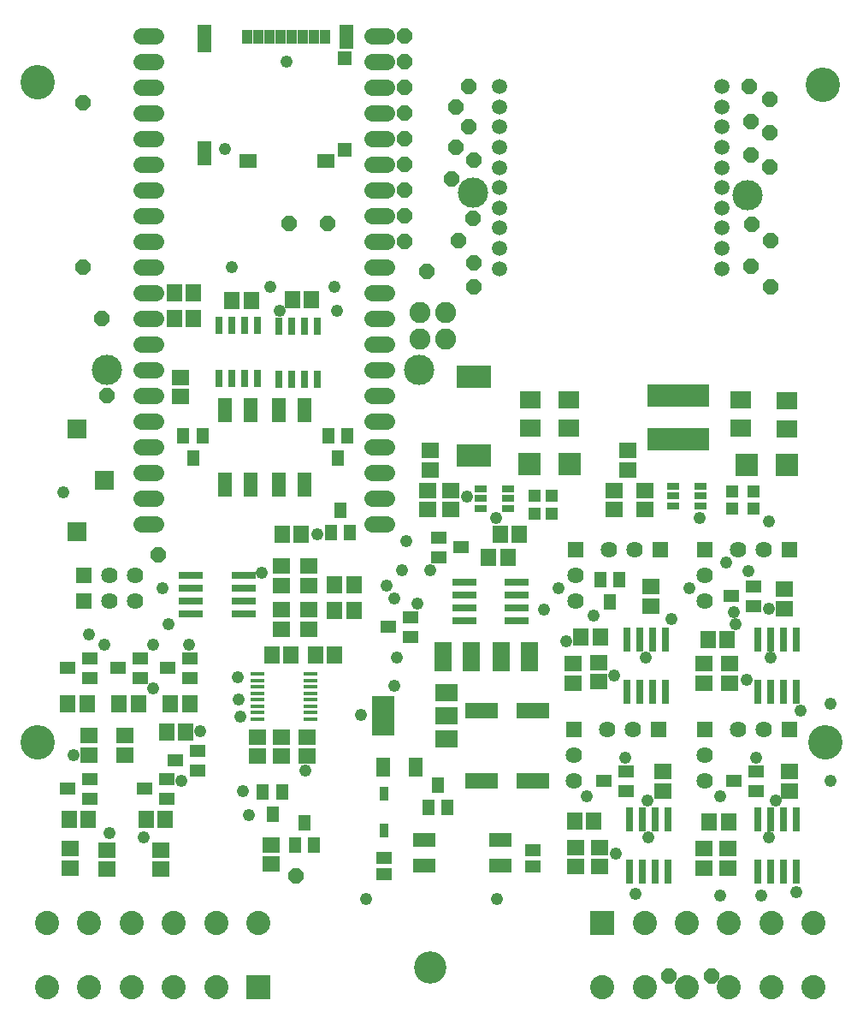
<source format=gts>
G75*
%MOIN*%
%OFA0B0*%
%FSLAX25Y25*%
%IPPOS*%
%LPD*%
%AMOC8*
5,1,8,0,0,1.08239X$1,22.5*
%
%ADD10C,0.11824*%
%ADD11C,0.13398*%
%ADD12C,0.12611*%
%ADD13C,0.09400*%
%ADD14R,0.09400X0.09400*%
%ADD15C,0.05950*%
%ADD16R,0.03162X0.09461*%
%ADD17R,0.03162X0.07099*%
%ADD18R,0.09461X0.03162*%
%ADD19R,0.03950X0.05682*%
%ADD20R,0.05328X0.10643*%
%ADD21R,0.05328X0.09461*%
%ADD22R,0.05367X0.05721*%
%ADD23R,0.05367X0.05524*%
%ADD24R,0.06706X0.05328*%
%ADD25R,0.05918X0.06706*%
%ADD26R,0.06400X0.06400*%
%ADD27C,0.06400*%
%ADD28R,0.06312X0.04737*%
%ADD29R,0.06706X0.05918*%
%ADD30C,0.08200*%
%ADD31R,0.04737X0.06312*%
%ADD32OC8,0.05950*%
%ADD33R,0.05300X0.01700*%
%ADD34R,0.04600X0.01300*%
%ADD35R,0.04737X0.03162*%
%ADD36R,0.08674X0.08674*%
%ADD37R,0.13400X0.08700*%
%ADD38R,0.24422X0.08674*%
%ADD39R,0.05131X0.04737*%
%ADD40R,0.04737X0.05131*%
%ADD41R,0.07887X0.07099*%
%ADD42R,0.05500X0.09500*%
%ADD43R,0.08674X0.06706*%
%ADD44R,0.08674X0.15761*%
%ADD45R,0.05800X0.07200*%
%ADD46R,0.08674X0.05524*%
%ADD47R,0.06000X0.05050*%
%ADD48R,0.12611X0.06312*%
%ADD49R,0.07099X0.11430*%
%ADD50C,0.06400*%
%ADD51R,0.03556X0.05524*%
%ADD52R,0.07296X0.07296*%
%ADD53C,0.04762*%
%ADD54C,0.04800*%
D10*
X0129934Y0308834D03*
X0251334Y0308834D03*
X0272334Y0377834D03*
X0379334Y0376834D03*
D11*
X0408834Y0419834D03*
X0409834Y0163834D03*
X0102834Y0163834D03*
X0102834Y0420834D03*
D12*
X0255834Y0076197D03*
D13*
X0106307Y0068480D03*
X0122803Y0068480D03*
X0139299Y0068480D03*
X0155795Y0068480D03*
X0172291Y0068480D03*
X0172291Y0093480D03*
X0188787Y0093480D03*
X0155795Y0093480D03*
X0139299Y0093480D03*
X0122803Y0093480D03*
X0106307Y0093480D03*
X0322842Y0068480D03*
X0339299Y0068480D03*
X0355756Y0068480D03*
X0372212Y0068480D03*
X0388669Y0068480D03*
X0405126Y0068480D03*
X0405126Y0093480D03*
X0388669Y0093480D03*
X0372212Y0093480D03*
X0355756Y0093480D03*
X0339299Y0093480D03*
D14*
X0322842Y0093480D03*
X0188787Y0068480D03*
D15*
X0282685Y0348401D03*
X0282685Y0356275D03*
X0282685Y0364149D03*
X0282685Y0372023D03*
X0282685Y0379897D03*
X0282685Y0387771D03*
X0282685Y0395645D03*
X0282685Y0403519D03*
X0282685Y0411393D03*
X0282685Y0419267D03*
X0369299Y0419267D03*
X0369299Y0411393D03*
X0369299Y0403519D03*
X0369299Y0395645D03*
X0369299Y0387771D03*
X0369299Y0379897D03*
X0369299Y0372023D03*
X0369299Y0364149D03*
X0369299Y0356275D03*
X0369299Y0348401D03*
D16*
X0383334Y0204071D03*
X0388334Y0204071D03*
X0393334Y0204071D03*
X0398334Y0204071D03*
X0398334Y0183598D03*
X0393334Y0183598D03*
X0388334Y0183598D03*
X0383334Y0183598D03*
X0347334Y0183598D03*
X0342334Y0183598D03*
X0337334Y0183598D03*
X0332334Y0183598D03*
X0332334Y0204071D03*
X0337334Y0204071D03*
X0342334Y0204071D03*
X0347334Y0204071D03*
X0348334Y0134071D03*
X0343334Y0134071D03*
X0338334Y0134071D03*
X0333334Y0134071D03*
X0333334Y0113598D03*
X0338334Y0113598D03*
X0343334Y0113598D03*
X0348334Y0113598D03*
X0383334Y0113598D03*
X0388334Y0113598D03*
X0393334Y0113598D03*
X0398334Y0113598D03*
X0398334Y0134071D03*
X0393334Y0134071D03*
X0388334Y0134071D03*
X0383334Y0134071D03*
D17*
X0211752Y0305413D03*
X0206752Y0305413D03*
X0201752Y0305413D03*
X0196752Y0305413D03*
X0188602Y0305689D03*
X0183602Y0305689D03*
X0178602Y0305689D03*
X0173602Y0305689D03*
X0173602Y0326161D03*
X0178602Y0326161D03*
X0183602Y0326161D03*
X0188602Y0326161D03*
X0196752Y0325885D03*
X0201752Y0325885D03*
X0206752Y0325885D03*
X0211752Y0325885D03*
D18*
X0183071Y0228834D03*
X0183071Y0223834D03*
X0183071Y0218834D03*
X0183071Y0213834D03*
X0162598Y0213834D03*
X0162598Y0218834D03*
X0162598Y0223834D03*
X0162598Y0228834D03*
X0269098Y0226334D03*
X0269098Y0221334D03*
X0269098Y0216334D03*
X0269098Y0211334D03*
X0289571Y0211334D03*
X0289571Y0216334D03*
X0289571Y0221334D03*
X0289571Y0226334D03*
D19*
X0214693Y0438535D03*
X0210362Y0438535D03*
X0206031Y0438535D03*
X0201700Y0438535D03*
X0197370Y0438535D03*
X0193039Y0438535D03*
X0188708Y0438535D03*
X0184378Y0438535D03*
D20*
X0167803Y0438043D03*
D21*
X0167803Y0393437D03*
X0223241Y0438634D03*
D22*
X0222527Y0430169D03*
D23*
X0222527Y0394736D03*
D24*
X0215283Y0390405D03*
X0184653Y0390405D03*
D25*
X0163574Y0338834D03*
X0156094Y0338834D03*
X0156094Y0328834D03*
X0163574Y0328834D03*
X0178594Y0335834D03*
X0186074Y0335834D03*
X0202094Y0336334D03*
X0209574Y0336334D03*
X0205574Y0244834D03*
X0198094Y0244834D03*
X0218594Y0225334D03*
X0226074Y0225334D03*
X0226074Y0215334D03*
X0218594Y0215334D03*
X0218574Y0197834D03*
X0211094Y0197834D03*
X0201574Y0197834D03*
X0194094Y0197834D03*
X0162074Y0178834D03*
X0154594Y0178834D03*
X0153094Y0167834D03*
X0160574Y0167834D03*
X0142074Y0178834D03*
X0134594Y0178834D03*
X0122074Y0178834D03*
X0114594Y0178834D03*
X0115094Y0133834D03*
X0122574Y0133834D03*
X0145094Y0133834D03*
X0152574Y0133834D03*
X0278594Y0235834D03*
X0286074Y0235834D03*
X0283094Y0244834D03*
X0290574Y0244834D03*
X0314594Y0204834D03*
X0322074Y0204834D03*
X0364094Y0203834D03*
X0371574Y0203834D03*
X0372074Y0132834D03*
X0364594Y0132834D03*
X0319574Y0133334D03*
X0312094Y0133334D03*
D26*
X0311834Y0168834D03*
X0344834Y0168834D03*
X0362834Y0168834D03*
X0395834Y0168834D03*
X0395834Y0238834D03*
X0362834Y0238834D03*
X0345334Y0238834D03*
X0312334Y0238834D03*
X0120834Y0228834D03*
X0120834Y0218834D03*
D27*
X0130834Y0218834D03*
X0130834Y0228834D03*
X0140834Y0228834D03*
X0140834Y0218834D03*
X0312334Y0218834D03*
X0312334Y0228834D03*
X0325334Y0238834D03*
X0335334Y0238834D03*
X0362834Y0228834D03*
X0362834Y0218834D03*
X0375834Y0238834D03*
X0385834Y0238834D03*
X0385834Y0168834D03*
X0375834Y0168834D03*
X0362834Y0158834D03*
X0362834Y0148834D03*
X0334834Y0168834D03*
X0324834Y0168834D03*
X0311834Y0158834D03*
X0311834Y0148834D03*
D28*
X0323504Y0148834D03*
X0332165Y0145094D03*
X0332165Y0152574D03*
X0374004Y0148834D03*
X0382665Y0145094D03*
X0382665Y0152574D03*
X0381665Y0217094D03*
X0381665Y0224574D03*
X0373004Y0220834D03*
X0267665Y0239834D03*
X0259004Y0236094D03*
X0259004Y0243574D03*
X0248165Y0212574D03*
X0248165Y0205094D03*
X0239504Y0208834D03*
X0162165Y0196574D03*
X0162165Y0189094D03*
X0153504Y0192834D03*
X0142665Y0189094D03*
X0142665Y0196574D03*
X0134004Y0192834D03*
X0123165Y0189094D03*
X0114504Y0192834D03*
X0123165Y0196574D03*
X0156504Y0156834D03*
X0153165Y0149574D03*
X0153165Y0142094D03*
X0144504Y0145834D03*
X0165165Y0153094D03*
X0165165Y0160574D03*
X0123165Y0149574D03*
X0123165Y0142094D03*
X0114504Y0145834D03*
D29*
X0122834Y0159094D03*
X0122834Y0166574D03*
X0136834Y0166574D03*
X0136834Y0159094D03*
X0129834Y0122074D03*
X0129834Y0114594D03*
X0115334Y0115094D03*
X0115334Y0122574D03*
X0150834Y0122074D03*
X0150834Y0114594D03*
X0193834Y0116594D03*
X0193834Y0124074D03*
X0197834Y0158594D03*
X0197834Y0166074D03*
X0188334Y0166074D03*
X0188334Y0158594D03*
X0207834Y0158594D03*
X0207834Y0166074D03*
X0208334Y0208094D03*
X0208334Y0215574D03*
X0208334Y0225094D03*
X0208334Y0232574D03*
X0197834Y0232574D03*
X0197834Y0225094D03*
X0197834Y0215574D03*
X0197834Y0208094D03*
X0254834Y0254594D03*
X0254834Y0262074D03*
X0255834Y0270094D03*
X0255834Y0277574D03*
X0263834Y0262074D03*
X0263834Y0254594D03*
X0311334Y0194574D03*
X0311334Y0187094D03*
X0321334Y0187594D03*
X0321334Y0195074D03*
X0341834Y0217094D03*
X0341834Y0224574D03*
X0339334Y0254594D03*
X0339334Y0262074D03*
X0332834Y0270094D03*
X0332834Y0277574D03*
X0327334Y0262074D03*
X0327334Y0254594D03*
X0362334Y0194574D03*
X0362334Y0187094D03*
X0372334Y0187094D03*
X0372334Y0194574D03*
X0393834Y0216094D03*
X0393834Y0223574D03*
X0395834Y0152574D03*
X0395834Y0145094D03*
X0371834Y0122574D03*
X0371834Y0115094D03*
X0362334Y0115094D03*
X0362334Y0122574D03*
X0346334Y0145094D03*
X0346334Y0152574D03*
X0321834Y0123074D03*
X0321834Y0115594D03*
X0312334Y0115594D03*
X0312334Y0123074D03*
X0158334Y0298594D03*
X0158334Y0306074D03*
D30*
X0251834Y0320834D03*
X0261834Y0320834D03*
X0261834Y0331334D03*
X0251834Y0331334D03*
D31*
X0223574Y0283165D03*
X0219834Y0274504D03*
X0216094Y0283165D03*
X0220834Y0254165D03*
X0217094Y0245504D03*
X0224574Y0245504D03*
X0167074Y0283165D03*
X0163334Y0274504D03*
X0159594Y0283165D03*
X0258834Y0147165D03*
X0255094Y0138504D03*
X0262574Y0138504D03*
X0210574Y0124004D03*
X0203094Y0124004D03*
X0206834Y0132665D03*
X0198074Y0144665D03*
X0190594Y0144665D03*
X0194334Y0136004D03*
X0322094Y0227165D03*
X0329574Y0227165D03*
X0325834Y0218504D03*
D32*
X0272740Y0341401D03*
X0272795Y0350775D03*
X0266740Y0359149D03*
X0272295Y0368023D03*
X0264240Y0383397D03*
X0272795Y0390771D03*
X0265740Y0395645D03*
X0270795Y0403519D03*
X0265740Y0411433D03*
X0270795Y0419274D03*
X0245834Y0418834D03*
X0245834Y0408834D03*
X0245834Y0398834D03*
X0245834Y0388834D03*
X0245834Y0378834D03*
X0245834Y0368834D03*
X0245834Y0358834D03*
X0254334Y0347334D03*
X0215834Y0365834D03*
X0200834Y0365834D03*
X0245834Y0428834D03*
X0245834Y0438834D03*
X0127834Y0328834D03*
X0120504Y0348882D03*
X0129756Y0298867D03*
X0149834Y0236834D03*
X0203334Y0111834D03*
X0348834Y0072834D03*
X0365334Y0072834D03*
X0388586Y0341401D03*
X0380744Y0349275D03*
X0388578Y0359149D03*
X0381244Y0365531D03*
X0388078Y0387889D03*
X0380744Y0392756D03*
X0388086Y0401137D03*
X0380744Y0405559D03*
X0388086Y0414393D03*
X0380244Y0419267D03*
X0120504Y0412882D03*
D33*
X0188584Y0190584D03*
X0188584Y0188084D03*
X0188584Y0185584D03*
X0188584Y0183084D03*
X0188584Y0180584D03*
X0188584Y0178084D03*
X0188584Y0175584D03*
X0188584Y0173084D03*
X0209084Y0173084D03*
X0209084Y0175584D03*
X0209084Y0178084D03*
X0209084Y0180584D03*
X0209084Y0183084D03*
X0209084Y0185584D03*
X0209084Y0188084D03*
X0209084Y0190584D03*
D34*
X0209034Y0190584D03*
X0209034Y0188084D03*
X0209034Y0185584D03*
X0209034Y0183084D03*
X0209034Y0180584D03*
X0209034Y0178084D03*
X0209034Y0175584D03*
X0209034Y0173084D03*
X0188634Y0173084D03*
X0188634Y0175584D03*
X0188634Y0178084D03*
X0188634Y0180584D03*
X0188634Y0183084D03*
X0188634Y0185584D03*
X0188634Y0188084D03*
X0188634Y0190584D03*
D35*
X0275421Y0255094D03*
X0275421Y0258834D03*
X0275421Y0262574D03*
X0286248Y0262574D03*
X0286248Y0258834D03*
X0286248Y0255094D03*
X0350421Y0256094D03*
X0350421Y0259834D03*
X0350421Y0263574D03*
X0361248Y0263574D03*
X0361248Y0259834D03*
X0361248Y0256094D03*
D36*
X0378960Y0271834D03*
X0394708Y0271834D03*
X0310208Y0272334D03*
X0294460Y0272334D03*
D37*
X0272834Y0275484D03*
X0272834Y0306184D03*
D38*
X0352334Y0298799D03*
X0352334Y0281870D03*
D39*
X0303181Y0259834D03*
X0296488Y0259834D03*
X0296488Y0252834D03*
X0303181Y0252834D03*
D40*
X0373334Y0254988D03*
X0373334Y0261681D03*
X0381834Y0261681D03*
X0381834Y0254988D03*
D41*
X0376834Y0286323D03*
X0376834Y0297346D03*
X0394834Y0296846D03*
X0394834Y0285823D03*
X0309834Y0286323D03*
X0309834Y0297346D03*
X0294834Y0297346D03*
X0294834Y0286323D03*
D42*
X0206784Y0293384D03*
X0196884Y0293384D03*
X0185784Y0293384D03*
X0175884Y0293384D03*
X0175884Y0264284D03*
X0185784Y0264284D03*
X0196884Y0264284D03*
X0206784Y0264284D03*
D43*
X0262236Y0183389D03*
X0262236Y0174334D03*
X0262236Y0165279D03*
D44*
X0237433Y0174334D03*
D45*
X0237584Y0154334D03*
X0250084Y0154334D03*
D46*
X0253571Y0125834D03*
X0253571Y0115834D03*
X0283098Y0115834D03*
X0283098Y0125834D03*
D47*
X0295834Y0121959D03*
X0295834Y0115709D03*
X0237834Y0112709D03*
X0237834Y0118959D03*
D48*
X0275834Y0148834D03*
X0295834Y0148834D03*
X0295834Y0176334D03*
X0275834Y0176334D03*
D49*
X0271846Y0197334D03*
X0283323Y0197334D03*
X0294346Y0197334D03*
X0260823Y0197334D03*
D50*
X0238634Y0248834D02*
X0233034Y0248834D01*
X0233034Y0258834D02*
X0238634Y0258834D01*
X0238634Y0268834D02*
X0233034Y0268834D01*
X0233034Y0278834D02*
X0238634Y0278834D01*
X0238634Y0288834D02*
X0233034Y0288834D01*
X0233034Y0298834D02*
X0238634Y0298834D01*
X0238634Y0308834D02*
X0233034Y0308834D01*
X0233034Y0318834D02*
X0238634Y0318834D01*
X0238634Y0328834D02*
X0233034Y0328834D01*
X0233034Y0338834D02*
X0238634Y0338834D01*
X0238634Y0348834D02*
X0233034Y0348834D01*
X0233034Y0358834D02*
X0238634Y0358834D01*
X0238634Y0368834D02*
X0233034Y0368834D01*
X0233034Y0378834D02*
X0238634Y0378834D01*
X0238634Y0388834D02*
X0233034Y0388834D01*
X0233034Y0398834D02*
X0238634Y0398834D01*
X0238634Y0408834D02*
X0233034Y0408834D01*
X0233034Y0418834D02*
X0238634Y0418834D01*
X0238634Y0428834D02*
X0233034Y0428834D01*
X0233034Y0438834D02*
X0238634Y0438834D01*
X0148634Y0438834D02*
X0143034Y0438834D01*
X0143034Y0428834D02*
X0148634Y0428834D01*
X0148634Y0418834D02*
X0143034Y0418834D01*
X0143034Y0408834D02*
X0148634Y0408834D01*
X0148634Y0398834D02*
X0143034Y0398834D01*
X0143034Y0388834D02*
X0148634Y0388834D01*
X0148634Y0378834D02*
X0143034Y0378834D01*
X0143034Y0368834D02*
X0148634Y0368834D01*
X0148634Y0358834D02*
X0143034Y0358834D01*
X0143034Y0348834D02*
X0148634Y0348834D01*
X0148634Y0338834D02*
X0143034Y0338834D01*
X0143034Y0328834D02*
X0148634Y0328834D01*
X0148634Y0318834D02*
X0143034Y0318834D01*
X0143034Y0308834D02*
X0148634Y0308834D01*
X0148634Y0298834D02*
X0143034Y0298834D01*
X0143034Y0288834D02*
X0148634Y0288834D01*
X0148634Y0278834D02*
X0143034Y0278834D01*
X0143034Y0268834D02*
X0148634Y0268834D01*
X0148634Y0258834D02*
X0143034Y0258834D01*
X0143034Y0248834D02*
X0148634Y0248834D01*
D51*
X0237834Y0144118D03*
X0237834Y0129551D03*
D52*
X0118234Y0245834D03*
X0128834Y0265834D03*
X0118234Y0285834D03*
D53*
X0151334Y0223834D03*
X0153834Y0209834D03*
X0147834Y0201834D03*
X0161834Y0201834D03*
X0147834Y0184834D03*
X0128834Y0201834D03*
X0122834Y0205834D03*
X0116834Y0158834D03*
X0158834Y0148834D03*
X0182834Y0144834D03*
X0181834Y0173834D03*
X0190284Y0229934D03*
X0211834Y0244834D03*
X0241834Y0219834D03*
X0250834Y0217834D03*
X0255834Y0230834D03*
X0244834Y0230834D03*
X0270134Y0259634D03*
X0281334Y0251334D03*
X0305834Y0223834D03*
X0319334Y0213334D03*
X0308834Y0203334D03*
X0339834Y0196834D03*
X0356834Y0223834D03*
X0374834Y0209834D03*
X0387834Y0215834D03*
X0379634Y0230584D03*
X0387834Y0249834D03*
X0360834Y0251334D03*
X0388334Y0196834D03*
X0411834Y0178834D03*
X0411834Y0148834D03*
X0387834Y0126834D03*
X0384834Y0104334D03*
X0368834Y0104334D03*
X0340834Y0126834D03*
X0335834Y0104834D03*
X0316834Y0142834D03*
X0331834Y0157834D03*
X0368834Y0142834D03*
X0382834Y0157834D03*
X0281834Y0102834D03*
X0230834Y0102834D03*
X0242834Y0196834D03*
X0219334Y0331984D03*
X0218334Y0341334D03*
X0196984Y0331984D03*
X0193334Y0341334D03*
X0178334Y0348834D03*
X0175834Y0394834D03*
X0199834Y0428834D03*
D54*
X0112834Y0261284D03*
X0180734Y0189234D03*
X0181234Y0180784D03*
X0165984Y0168184D03*
X0185234Y0135784D03*
X0207234Y0152884D03*
X0228834Y0174484D03*
X0241884Y0185934D03*
X0238834Y0224834D03*
X0246384Y0242434D03*
X0300184Y0215584D03*
X0327384Y0189834D03*
X0349634Y0211834D03*
X0373984Y0214634D03*
X0370984Y0233984D03*
X0379134Y0188334D03*
X0400284Y0176284D03*
X0390384Y0141184D03*
X0398484Y0105784D03*
X0340434Y0141184D03*
X0328284Y0120684D03*
X0144184Y0127034D03*
X0130634Y0128684D03*
M02*

</source>
